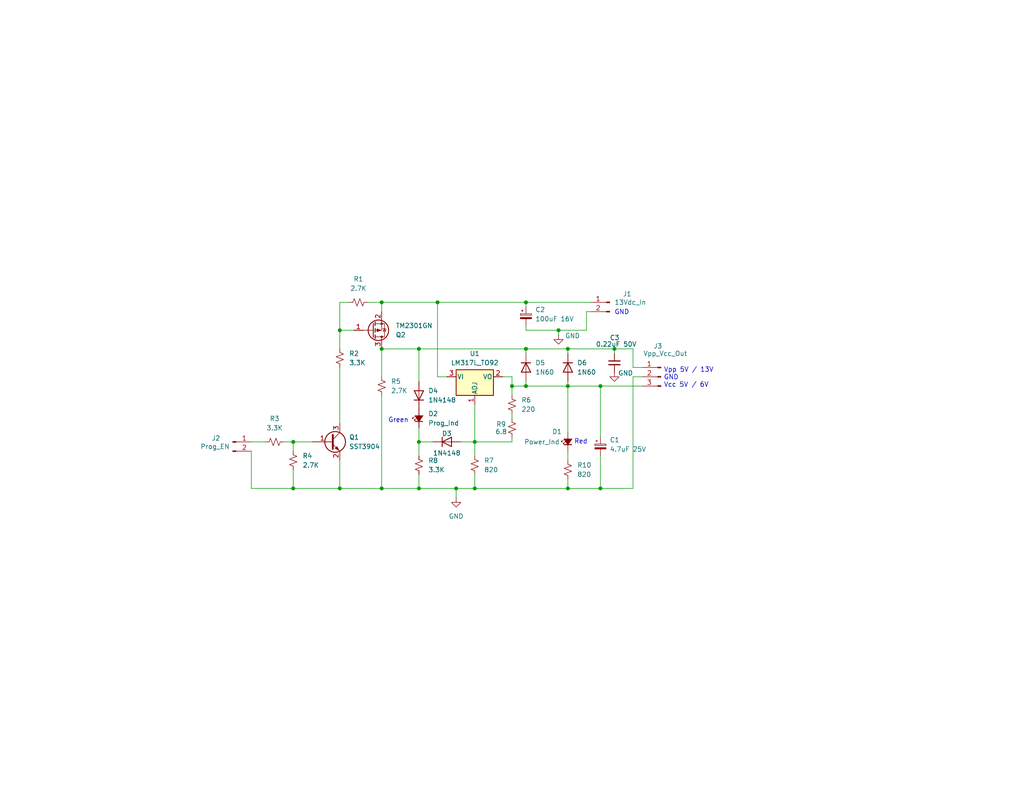
<source format=kicad_sch>
(kicad_sch (version 20250114) (generator "eeschema") (generator_version "9.0")
  (paper "USLetter")
  (title_block (title "EPROM Programmer Power Supply") (date "2025-10-31") (rev "0.1") (company "Department of Computer Technology, College of Computer Studies") (comment 1 "De La Salle University, Manila") (comment 2 "Design: Clement Ong"))
  (lib_symbols
    (symbol "Connector:Conn_01x02_Pin" (pin_names (offset 1.016) (hide yes))
      (property "Reference" "J" (at 0 2.54 0))
      (property "Value" "Conn_01x02_Pin" (at 0 -5.08 0))
      (symbol "Conn_01x02_Pin_1_1"
        (rectangle (start 0.8636 0.127) (end 0 -0.127) (stroke (width 0.1524)) (fill (type outline)))
        (rectangle (start 0.8636 -2.413) (end 0 -2.667) (stroke (width 0.1524)) (fill (type outline)))
        (polyline (pts (xy 1.27 0) (xy 0.8636 0)) (stroke (width 0.1524)))
        (polyline (pts (xy 1.27 -2.54) (xy 0.8636 -2.54)) (stroke (width 0.1524)))
        (pin passive line (at 5.08 0 180) (length 3.81) (name "Pin_1") (number "1"))
        (pin passive line (at 5.08 -2.54 180) (length 3.81) (name "Pin_2") (number "2"))
      )
    )
    (symbol "Connector:Conn_01x03_Pin" (pin_names (offset 1.016) (hide yes))
      (property "Reference" "J" (at 0 5.08 0))
      (property "Value" "Conn_01x03_Pin" (at 0 -5.08 0))
      (symbol "Conn_01x03_Pin_1_1"
        (rectangle (start 0.8636 2.667) (end 0 2.413) (stroke (width 0.1524)) (fill (type outline)))
        (rectangle (start 0.8636 0.127) (end 0 -0.127) (stroke (width 0.1524)) (fill (type outline)))
        (rectangle (start 0.8636 -2.413) (end 0 -2.667) (stroke (width 0.1524)) (fill (type outline)))
        (polyline (pts (xy 1.27 2.54) (xy 0.8636 2.54)) (stroke (width 0.1524)))
        (polyline (pts (xy 1.27 0) (xy 0.8636 0)) (stroke (width 0.1524)))
        (polyline (pts (xy 1.27 -2.54) (xy 0.8636 -2.54)) (stroke (width 0.1524)))
        (pin passive line (at 5.08 2.54 180) (length 3.81) (name "Pin_1") (number "1"))
        (pin passive line (at 5.08 0 180) (length 3.81) (name "Pin_2") (number "2"))
        (pin passive line (at 5.08 -2.54 180) (length 3.81) (name "Pin_3") (number "3"))
      )
    )
    (symbol "Device:C_Polarized_Small" (pin_numbers (hide yes)) (pin_names (offset 0.254) (hide yes))
      (property "Reference" "C" (at 0.254 1.778 0))
      (property "Value" "C_Polarized_Small" (at 0.254 -2.032 0))
      (symbol "C_Polarized_Small_0_1"
        (rectangle (start -1.524 0.6858) (end 1.524 0.3048))
        (rectangle (start -1.524 -0.3048) (end 1.524 -0.6858) (fill (type outline)))
        (polyline (pts (xy -1.27 1.524) (xy -0.762 1.524)))
        (polyline (pts (xy -1.016 1.27) (xy -1.016 1.778)))
      )
      (symbol "C_Polarized_Small_1_1"
        (pin passive line (at 0 2.54 270) (length 1.8542) (name "~") (number "1"))
        (pin passive line (at 0 -2.54 90) (length 1.8542) (name "~") (number "2"))
      )
    )
    (symbol "Device:C_Small" (pin_numbers (hide yes)) (pin_names (offset 0.254) (hide yes))
      (property "Reference" "C" (at 0.254 1.778 0))
      (property "Value" "C_Small" (at 0.254 -2.032 0))
      (symbol "C_Small_0_1"
        (polyline (pts (xy -1.524 0.508) (xy 1.524 0.508)) (stroke (width 0.3048)))
        (polyline (pts (xy -1.524 -0.508) (xy 1.524 -0.508)) (stroke (width 0.3302)))
      )
      (symbol "C_Small_1_1"
        (pin passive line (at 0 2.54 270) (length 2.032) (name "~") (number "1"))
        (pin passive line (at 0 -2.54 90) (length 2.032) (name "~") (number "2"))
      )
    )
    (symbol "Device:LED_Small_Filled" (pin_numbers (hide yes)) (pin_names (offset 0.254) (hide yes))
      (property "Reference" "D" (at -1.27 3.175 0))
      (property "Value" "LED_Small_Filled" (at -4.445 -2.54 0))
      (symbol "LED_Small_Filled_0_1"
        (polyline (pts (xy -0.762 -1.016) (xy -0.762 1.016)) (stroke (width 0.254)))
        (polyline (pts (xy 0 0.762) (xy -0.508 1.27) (xy -0.254 1.27) (xy -0.508 1.27) (xy -0.508 1.016)))
        (polyline (pts (xy 0.508 1.27) (xy 0 1.778) (xy 0.254 1.778) (xy 0 1.778) (xy 0 1.524)))
        (polyline (pts (xy 0.762 -1.016) (xy -0.762 0) (xy 0.762 1.016) (xy 0.762 -1.016)) (stroke (width 0.254)) (fill (type outline)))
        (polyline (pts (xy 1.016 0) (xy -0.762 0)))
      )
      (symbol "LED_Small_Filled_1_1"
        (pin passive line (at -2.54 0 0) (length 1.778) (name "K") (number "1"))
        (pin passive line (at 2.54 0 180) (length 1.778) (name "A") (number "2"))
      )
    )
    (symbol "Device:Q_PMOS_GSD" (pin_names (offset 0) (hide yes))
      (property "Reference" "Q" (at 5.08 1.27 0))
      (property "Value" "Q_PMOS_GSD" (at 5.08 -1.27 0))
      (symbol "Q_PMOS_GSD_0_1"
        (polyline (pts (xy 0.254 1.905) (xy 0.254 -1.905)) (stroke (width 0.254)))
        (polyline (pts (xy 0.254 0) (xy -2.54 0)))
        (polyline (pts (xy 0.762 2.286) (xy 0.762 1.27)) (stroke (width 0.254)))
        (polyline (pts (xy 0.762 1.778) (xy 3.302 1.778) (xy 3.302 -1.778) (xy 0.762 -1.778)))
        (polyline (pts (xy 0.762 0.508) (xy 0.762 -0.508)) (stroke (width 0.254)))
        (polyline (pts (xy 0.762 -1.27) (xy 0.762 -2.286)) (stroke (width 0.254)))
        (circle (center 1.651 0) (radius 2.794) (stroke (width 0.254)))
        (polyline (pts (xy 2.286 0) (xy 1.27 0.381) (xy 1.27 -0.381) (xy 2.286 0)) (fill (type outline)))
        (polyline (pts (xy 2.54 2.54) (xy 2.54 1.778)))
        (circle (center 2.54 1.778) (radius 0.254) (fill (type outline)))
        (circle (center 2.54 -1.778) (radius 0.254) (fill (type outline)))
        (polyline (pts (xy 2.54 -2.54) (xy 2.54 0) (xy 0.762 0)))
        (polyline (pts (xy 2.794 -0.508) (xy 2.921 -0.381) (xy 3.683 -0.381) (xy 3.81 -0.254)))
        (polyline (pts (xy 3.302 -0.381) (xy 2.921 0.254) (xy 3.683 0.254) (xy 3.302 -0.381)))
      )
      (symbol "Q_PMOS_GSD_1_1"
        (pin input line (at -5.08 0 0) (length 2.54) (name "G") (number "1"))
        (pin passive line (at 2.54 5.08 270) (length 2.54) (name "D") (number "3"))
        (pin passive line (at 2.54 -5.08 90) (length 2.54) (name "S") (number "2"))
      )
    )
    (symbol "Device:R_Small_US" (pin_numbers (hide yes)) (pin_names (offset 0.254) (hide yes))
      (property "Reference" "R" (at 0.762 0.508 0))
      (property "Value" "R_Small_US" (at 0.762 -1.016 0))
      (symbol "R_Small_US_1_1"
        (polyline (pts (xy 0 1.524) (xy 1.016 1.143) (xy 0 0.762) (xy -1.016 0.381) (xy 0 0)))
        (polyline (pts (xy 0 0) (xy 1.016 -0.381) (xy 0 -0.762) (xy -1.016 -1.143) (xy 0 -1.524)))
        (pin passive line (at 0 2.54 270) (length 1.016) (name "~") (number "1"))
        (pin passive line (at 0 -2.54 90) (length 1.016) (name "~") (number "2"))
      )
    )
    (symbol "Diode:1N4148" (pin_numbers (hide yes)) (pin_names (hide yes))
      (property "Reference" "D" (at 0 2.54 0))
      (property "Value" "1N4148" (at 0 -2.54 0))
      (symbol "1N4148_0_1"
        (polyline (pts (xy -1.27 1.27) (xy -1.27 -1.27)) (stroke (width 0.254)))
        (polyline (pts (xy 1.27 1.27) (xy 1.27 -1.27) (xy -1.27 0) (xy 1.27 1.27)) (stroke (width 0.254)))
        (polyline (pts (xy 1.27 0) (xy -1.27 0)))
      )
      (symbol "1N4148_1_1"
        (pin passive line (at -3.81 0 0) (length 2.54) (name "K") (number "1"))
        (pin passive line (at 3.81 0 180) (length 2.54) (name "A") (number "2"))
      )
    )
    (symbol "Diode:1N914" (pin_numbers (hide yes)) (pin_names (hide yes))
      (property "Reference" "D" (at 0 2.54 0))
      (property "Value" "1N914" (at 0 -2.54 0))
      (symbol "1N914_0_1"
        (polyline (pts (xy -1.27 1.27) (xy -1.27 -1.27)) (stroke (width 0.254)))
        (polyline (pts (xy 1.27 1.27) (xy 1.27 -1.27) (xy -1.27 0) (xy 1.27 1.27)) (stroke (width 0.254)))
        (polyline (pts (xy 1.27 0) (xy -1.27 0)))
      )
      (symbol "1N914_1_1"
        (pin passive line (at -3.81 0 0) (length 2.54) (name "K") (number "1"))
        (pin passive line (at 3.81 0 180) (length 2.54) (name "A") (number "2"))
      )
    )
    (symbol "Regulator_Linear:LM317L_TO92" (pin_names (offset 0.254))
      (property "Reference" "U" (at -3.81 3.175 0))
      (property "Value" "LM317L_TO92" (at 0 3.175 0))
      (symbol "LM317L_TO92_0_1"
        (rectangle (start -5.08 1.905) (end 5.08 -5.08) (stroke (width 0.254)) (fill (type background)))
      )
      (symbol "LM317L_TO92_1_1"
        (pin power_in line (at -7.62 0 0) (length 2.54) (name "VI") (number "3"))
        (pin input line (at 0 -7.62 90) (length 2.54) (name "ADJ") (number "1"))
        (pin power_out line (at 7.62 0 180) (length 2.54) (name "VO") (number "2"))
      )
    )
    (symbol "Transistor_BJT:MMBT3904" (pin_names (offset 0) (hide yes))
      (property "Reference" "Q" (at 5.08 1.905 0))
      (property "Value" "MMBT3904" (at 5.08 0 0))
      (symbol "MMBT3904_0_1"
        (polyline (pts (xy 0.635 1.905) (xy 0.635 -1.905) (xy 0.635 -1.905)) (stroke (width 0.508)))
        (polyline (pts (xy 0.635 0.635) (xy 2.54 2.54)))
        (polyline (pts (xy 0.635 -0.635) (xy 2.54 -2.54) (xy 2.54 -2.54)))
        (circle (center 1.27 0) (radius 2.8194) (stroke (width 0.254)))
        (polyline (pts (xy 1.27 -1.778) (xy 1.778 -1.27) (xy 2.286 -2.286) (xy 1.27 -1.778) (xy 1.27 -1.778)) (fill (type outline)))
      )
      (symbol "MMBT3904_1_1"
        (pin input line (at -5.08 0 0) (length 5.715) (name "B") (number "1"))
        (pin passive line (at 2.54 5.08 270) (length 2.54) (name "C") (number "3"))
        (pin passive line (at 2.54 -5.08 90) (length 2.54) (name "E") (number "2"))
      )
    )
    (symbol "power:GND" (power) (pin_numbers (hide yes)) (pin_names (offset 0) (hide yes))
      (property "Value" "GND" (at 0 -3.81 0))
      (symbol "GND_0_1"
        (polyline (pts (xy 0 0) (xy 0 -1.27) (xy 1.27 -1.27) (xy 0 -2.54) (xy -1.27 -1.27) (xy 0 -1.27)))
      )
      (symbol "GND_1_1"
        (pin power_in line (at 0 0 270) (length 0) (name "~") (number "1"))
      )
    )
  )
  (text "Green" (at 108.712 114.808 0) (effects (font (size 1.27 1.27))))
  (text "Vpp 5V / 13V\nGND\nVcc 5V / 6V" (at 181.102 103.124 0) (effects (font (size 1.27 1.27)) (justify left)))
  (text "GND" (at 169.672 85.344 0) (effects (font (size 1.27 1.27))))
  (text "Red" (at 158.496 120.65 0) (effects (font (size 1.27 1.27))))
  (junction (at 143.51 82.55))
  (junction (at 104.14 82.55))
  (junction (at 114.3 120.65))
  (junction (at 139.7 105.41))
  (junction (at 114.3 95.25))
  (junction (at 124.46 133.35))
  (junction (at 163.83 133.35))
  (junction (at 129.54 133.35))
  (junction (at 163.83 105.41))
  (junction (at 129.54 120.65))
  (junction (at 119.38 82.55))
  (junction (at 154.94 95.25))
  (junction (at 80.01 120.65))
  (junction (at 92.71 90.17))
  (junction (at 104.14 133.35))
  (junction (at 143.51 95.25))
  (junction (at 143.51 105.41))
  (junction (at 80.01 133.35))
  (junction (at 114.3 133.35))
  (junction (at 167.64 95.25))
  (junction (at 152.4 90.17))
  (junction (at 154.94 133.35))
  (junction (at 104.14 95.25))
  (junction (at 154.94 105.41))
  (junction (at 92.71 133.35))
  (wire (pts (xy 114.3 95.25) (xy 114.3 104.14)))
  (wire (pts (xy 114.3 120.65) (xy 118.11 120.65)))
  (wire (pts (xy 125.73 120.65) (xy 129.54 120.65)))
  (wire (pts (xy 154.94 104.14) (xy 154.94 105.41)))
  (wire (pts (xy 143.51 104.14) (xy 143.51 105.41)))
  (wire (pts (xy 68.58 133.35) (xy 80.01 133.35)))
  (wire (pts (xy 114.3 129.54) (xy 114.3 133.35)))
  (wire (pts (xy 129.54 133.35) (xy 154.94 133.35)))
  (wire (pts (xy 100.33 82.55) (xy 104.14 82.55)))
  (wire (pts (xy 68.58 120.65) (xy 72.39 120.65)))
  (wire (pts (xy 139.7 105.41) (xy 139.7 102.87)))
  (wire (pts (xy 143.51 90.17) (xy 152.4 90.17)))
  (wire (pts (xy 114.3 133.35) (xy 124.46 133.35)))
  (wire (pts (xy 80.01 120.65) (xy 85.09 120.65)))
  (wire (pts (xy 114.3 116.84) (xy 114.3 120.65)))
  (wire (pts (xy 92.71 100.33) (xy 92.71 115.57)))
  (wire (pts (xy 92.71 133.35) (xy 104.14 133.35)))
  (wire (pts (xy 143.51 105.41) (xy 154.94 105.41)))
  (wire (pts (xy 80.01 120.65) (xy 80.01 123.19)))
  (wire (pts (xy 160.02 85.09) (xy 161.29 85.09)))
  (wire (pts (xy 143.51 82.55) (xy 143.51 83.82)))
  (wire (pts (xy 143.51 82.55) (xy 119.38 82.55)))
  (wire (pts (xy 92.71 90.17) (xy 96.52 90.17)))
  (wire (pts (xy 139.7 120.65) (xy 139.7 119.38)))
  (wire (pts (xy 104.14 107.95) (xy 104.14 133.35)))
  (wire (pts (xy 167.64 96.52) (xy 167.64 95.25)))
  (wire (pts (xy 129.54 129.54) (xy 129.54 133.35)))
  (wire (pts (xy 129.54 120.65) (xy 129.54 124.46)))
  (wire (pts (xy 152.4 90.17) (xy 152.4 91.44)))
  (wire (pts (xy 161.29 82.55) (xy 143.51 82.55)))
  (wire (pts (xy 152.4 90.17) (xy 160.02 90.17)))
  (wire (pts (xy 163.83 105.41) (xy 175.26 105.41)))
  (wire (pts (xy 154.94 123.19) (xy 154.94 125.73)))
  (wire (pts (xy 172.72 95.25) (xy 172.72 100.33)))
  (wire (pts (xy 139.7 113.03) (xy 139.7 114.3)))
  (wire (pts (xy 167.64 95.25) (xy 172.72 95.25)))
  (wire (pts (xy 104.14 95.25) (xy 104.14 102.87)))
  (wire (pts (xy 80.01 128.27) (xy 80.01 133.35)))
  (wire (pts (xy 163.83 105.41) (xy 163.83 119.38)))
  (wire (pts (xy 172.72 133.35) (xy 172.72 102.87)))
  (wire (pts (xy 154.94 105.41) (xy 154.94 118.11)))
  (wire (pts (xy 137.16 102.87) (xy 139.7 102.87)))
  (wire (pts (xy 124.46 133.35) (xy 129.54 133.35)))
  (wire (pts (xy 80.01 133.35) (xy 92.71 133.35)))
  (wire (pts (xy 77.47 120.65) (xy 80.01 120.65)))
  (wire (pts (xy 172.72 100.33) (xy 175.26 100.33)))
  (wire (pts (xy 139.7 107.95) (xy 139.7 105.41)))
  (wire (pts (xy 163.83 133.35) (xy 172.72 133.35)))
  (wire (pts (xy 114.3 95.25) (xy 143.51 95.25)))
  (wire (pts (xy 119.38 82.55) (xy 119.38 102.87)))
  (wire (pts (xy 160.02 85.09) (xy 160.02 90.17)))
  (wire (pts (xy 129.54 120.65) (xy 139.7 120.65)))
  (wire (pts (xy 154.94 130.81) (xy 154.94 133.35)))
  (wire (pts (xy 114.3 120.65) (xy 114.3 124.46)))
  (wire (pts (xy 104.14 133.35) (xy 114.3 133.35)))
  (wire (pts (xy 154.94 105.41) (xy 163.83 105.41)))
  (wire (pts (xy 92.71 90.17) (xy 92.71 95.25)))
  (wire (pts (xy 92.71 82.55) (xy 92.71 90.17)))
  (wire (pts (xy 92.71 125.73) (xy 92.71 133.35)))
  (wire (pts (xy 163.83 124.46) (xy 163.83 133.35)))
  (wire (pts (xy 139.7 105.41) (xy 143.51 105.41)))
  (wire (pts (xy 143.51 95.25) (xy 143.51 96.52)))
  (wire (pts (xy 154.94 95.25) (xy 154.94 96.52)))
  (wire (pts (xy 95.25 82.55) (xy 92.71 82.55)))
  (wire (pts (xy 143.51 95.25) (xy 154.94 95.25)))
  (wire (pts (xy 143.51 90.17) (xy 143.51 88.9)))
  (wire (pts (xy 104.14 82.55) (xy 104.14 85.09)))
  (wire (pts (xy 154.94 133.35) (xy 163.83 133.35)))
  (wire (pts (xy 68.58 123.19) (xy 68.58 133.35)))
  (wire (pts (xy 121.92 102.87) (xy 119.38 102.87)))
  (wire (pts (xy 172.72 102.87) (xy 175.26 102.87)))
  (wire (pts (xy 124.46 135.89) (xy 124.46 133.35)))
  (wire (pts (xy 154.94 95.25) (xy 167.64 95.25)))
  (wire (pts (xy 104.14 82.55) (xy 119.38 82.55)))
  (wire (pts (xy 104.14 95.25) (xy 114.3 95.25)))
  (wire (pts (xy 129.54 110.49) (xy 129.54 120.65)))
  (symbol (lib_id "power:GND") (at 124.46 135.89 0) (unit 1)
    (property "Reference" "#PWR3" (effects (hide yes)))
    (property "Value" "GND" (at 124.46 140.97 0))
    (property "Description" "Power symbol creates a global label with name \"GND\" , ground" (effects (hide yes)))
  )
  (symbol (lib_id "Device:R_Small_US") (at 139.7 116.84 180) (unit 1)
    (property "Reference" "R9" (at 135.382 115.824 0) (effects (justify right)))
    (property "Value" "6.8" (at 135.128 117.856 0) (effects (justify right)))
    (property "Footprint" "Resistor_THT:R_Axial_DIN0207_L6.3mm_D2.5mm_P10.16mm_Horizontal" (effects (hide yes)))
    (property "Description" "Resistor, small US symbol" (effects (hide yes)))
  )
  (symbol (lib_id "Transistor_BJT:MMBT3904") (at 90.17 120.65 0) (unit 1)
    (property "Reference" "Q1" (at 95.25 119.3799 0) (effects (justify left)))
    (property "Value" "SST3904" (at 95.25 121.9199 0) (effects (justify left)))
    (property "Footprint" "Package_TO_SOT_SMD:SOT-23" (effects (hide yes)))
    (property "Datasheet" "https://www.onsemi.com/pdf/datasheet/pzt3904-d.pdf" (effects (hide yes)))
    (property "Description" "0.2A Ic, 40V Vce, Small Signal NPN Transistor, SOT-23" (effects (hide yes)))
  )
  (symbol (lib_id "Device:LED_Small_Filled") (at 114.3 114.3 90) (unit 1)
    (property "Reference" "D2" (at 116.84 112.9664 90) (effects (justify right)))
    (property "Value" "Prog_Ind" (at 116.84 115.5064 90) (effects (justify right)))
    (property "Footprint" "LED_THT:LED_D5.0mm" (effects (hide yes)))
    (property "Description" "Light emitting diode, small symbol, filled shape" (effects (hide yes)))
  )
  (symbol (lib_id "power:GND") (at 167.64 101.6 0) (unit 1)
    (property "Reference" "#PWR2" (effects (hide yes)))
    (property "Value" "GND" (at 170.688 101.854 0))
    (property "Description" "Power symbol creates a global label with name \"GND\" , ground" (effects (hide yes)))
  )
  (symbol (lib_id "Device:C_Polarized_Small") (at 143.51 86.36 0) (unit 1)
    (property "Reference" "C2" (at 146.05 84.5438 0) (effects (justify left)))
    (property "Value" "100uF 16V" (at 146.05 87.0838 0) (effects (justify left)))
    (property "Footprint" "Capacitor_THT:CP_Radial_D6.3mm_P2.50mm" (effects (hide yes)))
    (property "Description" "Polarized capacitor, small symbol" (effects (hide yes)))
  )
  (symbol (lib_id "Connector:Conn_01x02_Pin") (at 166.37 82.55 0) (mirror y) (unit 1)
    (property "Reference" "J1" (at 169.926 80.264 0) (effects (justify right)))
    (property "Value" "13Vdc_In" (at 167.64 82.5501 0) (effects (justify right)))
    (property "Footprint" "Connector_PinHeader_2.54mm:PinHeader_1x02_P2.54mm_Vertical" (effects (hide yes)))
    (property "Description" "Generic connector, single row, 01x02, script generated" (effects (hide yes)))
  )
  (symbol (lib_id "Device:R_Small_US") (at 92.71 97.79 0) (unit 1)
    (property "Reference" "R2" (at 95.25 96.5199 0) (effects (justify left)))
    (property "Value" "3.3K" (at 95.25 99.0599 0) (effects (justify left)))
    (property "Footprint" "Resistor_THT:R_Axial_DIN0207_L6.3mm_D2.5mm_P10.16mm_Horizontal" (effects (hide yes)))
    (property "Description" "Resistor, small US symbol" (effects (hide yes)))
  )
  (symbol (lib_id "Device:R_Small_US") (at 104.14 105.41 0) (unit 1)
    (property "Reference" "R5" (at 106.68 104.1399 0) (effects (justify left)))
    (property "Value" "2.7K" (at 106.68 106.6799 0) (effects (justify left)))
    (property "Footprint" "Resistor_THT:R_Axial_DIN0207_L6.3mm_D2.5mm_P10.16mm_Horizontal" (effects (hide yes)))
    (property "Description" "Resistor, small US symbol" (effects (hide yes)))
  )
  (symbol (lib_id "Device:R_Small_US") (at 80.01 125.73 0) (unit 1)
    (property "Reference" "R4" (at 82.55 124.4599 0) (effects (justify left)))
    (property "Value" "2.7K" (at 82.55 126.9999 0) (effects (justify left)))
    (property "Footprint" "Resistor_THT:R_Axial_DIN0207_L6.3mm_D2.5mm_P10.16mm_Horizontal" (effects (hide yes)))
    (property "Description" "Resistor, small US symbol" (effects (hide yes)))
  )
  (symbol (lib_id "Device:LED_Small_Filled") (at 154.94 120.65 90) (unit 1)
    (property "Reference" "D1" (at 150.622 117.856 90) (effects (justify right)))
    (property "Value" "Power_Ind" (at 143.002 120.65 90) (effects (justify right)))
    (property "Footprint" "LED_THT:LED_D5.0mm" (effects (hide yes)))
    (property "Description" "Light emitting diode, small symbol, filled shape" (effects (hide yes)))
  )
  (symbol (lib_id "Connector:Conn_01x03_Pin") (at 180.34 102.87 0) (mirror y) (unit 1)
    (property "Reference" "J3" (at 178.308 94.488 0) (effects (justify right)))
    (property "Value" "Vpp_Vcc_Out" (at 175.514 96.52 0) (effects (justify right)))
    (property "Footprint" "Connector_PinHeader_2.54mm:PinHeader_1x03_P2.54mm_Vertical" (effects (hide yes)))
    (property "Description" "Generic connector, single row, 01x03, script generated" (effects (hide yes)))
  )
  (symbol (lib_id "Device:C_Polarized_Small") (at 163.83 121.92 0) (unit 1)
    (property "Reference" "C1" (at 166.37 120.1038 0) (effects (justify left)))
    (property "Value" "4.7uF 25V" (at 166.37 122.6438 0) (effects (justify left)))
    (property "Footprint" "Capacitor_THT:CP_Radial_D5.0mm_P2.00mm" (effects (hide yes)))
    (property "Description" "Polarized capacitor, small symbol" (effects (hide yes)))
  )
  (symbol (lib_id "Diode:1N4148") (at 114.3 107.95 90) (unit 1)
    (property "Reference" "D4" (at 116.84 106.6799 90) (effects (justify right)))
    (property "Value" "1N4148" (at 116.84 109.2199 90) (effects (justify right)))
    (property "Footprint" "Diode_THT:D_DO-35_SOD27_P7.62mm_Horizontal" (effects (hide yes)))
    (property "Datasheet" "https://assets.nexperia.com/documents/data-sheet/1N4148_1N4448.pdf" (effects (hide yes)))
    (property "Description" "100V 0.15A standard switching diode, DO-35" (effects (hide yes)))
    (property "Sim.Device" "D" (effects (hide yes)))
    (property "Sim.Pins" "1=K 2=A" (effects (hide yes)))
  )
  (symbol (lib_id "Diode:1N914") (at 154.94 100.33 270) (unit 1)
    (property "Reference" "D6" (at 157.48 99.0599 90) (effects (justify left)))
    (property "Value" "1N60" (at 157.48 101.5999 90) (effects (justify left)))
    (property "Footprint" "Diode_THT:D_DO-35_SOD27_P7.62mm_Horizontal" (effects (hide yes)))
    (property "Datasheet" "http://www.vishay.com/docs/85622/1n914.pdf" (effects (hide yes)))
    (property "Description" "100V 0.3A Small Signal Fast Switching Diode, DO-35" (effects (hide yes)))
    (property "Sim.Device" "D" (effects (hide yes)))
    (property "Sim.Pins" "1=K 2=A" (effects (hide yes)))
  )
  (symbol (lib_id "Regulator_Linear:LM317L_TO92") (at 129.54 102.87 0) (unit 1)
    (property "Reference" "U1" (at 129.54 96.52 0))
    (property "Value" "LM317L_TO92" (at 129.54 99.06 0))
    (property "Footprint" "Package_TO_SOT_THT:TO-92_Inline" (effects (hide yes)))
    (property "Datasheet" "http://www.ti.com/lit/ds/snvs775k/snvs775k.pdf" (effects (hide yes)))
    (property "Description" "100mA 35V Adjustable Linear Regulator, TO-92" (effects (hide yes)))
  )
  (symbol (lib_id "Device:R_Small_US") (at 129.54 127 0) (unit 1)
    (property "Reference" "R7" (at 132.08 125.7299 0) (effects (justify left)))
    (property "Value" "820" (at 132.08 128.2699 0) (effects (justify left)))
    (property "Footprint" "Resistor_THT:R_Axial_DIN0207_L6.3mm_D2.5mm_P10.16mm_Horizontal" (effects (hide yes)))
    (property "Description" "Resistor, small US symbol" (effects (hide yes)))
  )
  (symbol (lib_id "Device:Q_PMOS_GSD") (at 101.6 90.17 0) (mirror x) (unit 1)
    (property "Reference" "Q2" (at 107.95 91.4401 0) (effects (justify left)))
    (property "Value" "TM2301GN" (at 107.95 88.9001 0) (effects (justify left)))
    (property "Footprint" "Package_TO_SOT_SMD:SOT-23" (effects (hide yes)))
    (property "Datasheet" "https://www.vbsemi.com/Package/SOT23-3/TM2301GN-VB.pdf" (effects (hide yes)))
    (property "Description" "P-MOSFET transistor, gate/source/drain" (effects (hide yes)))
  )
  (symbol (lib_id "Device:R_Small_US") (at 114.3 127 0) (unit 1)
    (property "Reference" "R8" (at 116.84 125.7299 0) (effects (justify left)))
    (property "Value" "3.3K" (at 116.84 128.2699 0) (effects (justify left)))
    (property "Footprint" "Resistor_THT:R_Axial_DIN0207_L6.3mm_D2.5mm_P10.16mm_Horizontal" (effects (hide yes)))
    (property "Description" "Resistor, small US symbol" (effects (hide yes)))
  )
  (symbol (lib_id "Device:R_Small_US") (at 74.93 120.65 90) (unit 1)
    (property "Reference" "R3" (at 74.93 114.3 90))
    (property "Value" "3.3K" (at 74.93 116.84 90))
    (property "Footprint" "Resistor_THT:R_Axial_DIN0207_L6.3mm_D2.5mm_P10.16mm_Horizontal" (effects (hide yes)))
    (property "Description" "Resistor, small US symbol" (effects (hide yes)))
  )
  (symbol (lib_id "Diode:1N914") (at 143.51 100.33 270) (unit 1)
    (property "Reference" "D5" (at 146.05 99.0599 90) (effects (justify left)))
    (property "Value" "1N60" (at 146.05 101.5999 90) (effects (justify left)))
    (property "Footprint" "Diode_THT:D_DO-35_SOD27_P7.62mm_Horizontal" (effects (hide yes)))
    (property "Datasheet" "http://www.vishay.com/docs/85622/1n914.pdf" (effects (hide yes)))
    (property "Description" "100V 0.3A Small Signal Fast Switching Diode, DO-35" (effects (hide yes)))
    (property "Sim.Device" "D" (effects (hide yes)))
    (property "Sim.Pins" "1=K 2=A" (effects (hide yes)))
  )
  (symbol (lib_id "Device:C_Small") (at 167.64 99.06 0) (unit 1)
    (property "Reference" "C3" (at 166.37 92.202 0) (effects (justify left)))
    (property "Value" "0.22uF 50V" (at 162.56 93.98 0) (effects (justify left)))
    (property "Footprint" "Capacitor_THT:C_Disc_D6.0mm_W4.4mm_P5.00mm" (effects (hide yes)))
    (property "Description" "Unpolarized capacitor, small symbol" (effects (hide yes)))
  )
  (symbol (lib_id "Device:R_Small_US") (at 154.94 128.27 0) (unit 1)
    (property "Reference" "R10" (at 157.48 126.9999 0) (effects (justify left)))
    (property "Value" "820" (at 157.48 129.5399 0) (effects (justify left)))
    (property "Footprint" "Resistor_THT:R_Axial_DIN0207_L6.3mm_D2.5mm_P10.16mm_Horizontal" (effects (hide yes)))
    (property "Description" "Resistor, small US symbol" (effects (hide yes)))
  )
  (symbol (lib_id "power:GND") (at 152.4 91.44 0) (unit 1)
    (property "Reference" "#PWR1" (effects (hide yes)))
    (property "Value" "GND" (at 156.21 91.694 0))
    (property "Description" "Power symbol creates a global label with name \"GND\" , ground" (effects (hide yes)))
  )
  (symbol (lib_id "Device:R_Small_US") (at 139.7 110.49 0) (unit 1)
    (property "Reference" "R6" (at 142.24 109.2199 0) (effects (justify left)))
    (property "Value" "220" (at 142.24 111.7599 0) (effects (justify left)))
    (property "Footprint" "Resistor_THT:R_Axial_DIN0207_L6.3mm_D2.5mm_P10.16mm_Horizontal" (effects (hide yes)))
    (property "Description" "Resistor, small US symbol" (effects (hide yes)))
  )
  (symbol (lib_id "Diode:1N4148") (at 121.92 120.65 0) (unit 1)
    (property "Reference" "D3" (at 121.92 118.364 0))
    (property "Value" "1N4148" (at 121.92 123.698 0))
    (property "Footprint" "Diode_THT:D_DO-35_SOD27_P7.62mm_Horizontal" (effects (hide yes)))
    (property "Datasheet" "https://assets.nexperia.com/documents/data-sheet/1N4148_1N4448.pdf" (effects (hide yes)))
    (property "Description" "100V 0.15A standard switching diode, DO-35" (effects (hide yes)))
    (property "Sim.Device" "D" (effects (hide yes)))
    (property "Sim.Pins" "1=K 2=A" (effects (hide yes)))
  )
  (symbol (lib_id "Connector:Conn_01x02_Pin") (at 63.5 120.65 0) (unit 1)
    (property "Reference" "J2" (at 58.928 119.634 0))
    (property "Value" "Prog_EN" (at 58.674 121.92 0))
    (property "Footprint" "Connector_PinHeader_2.54mm:PinHeader_1x02_P2.54mm_Vertical" (effects (hide yes)))
    (property "Description" "Generic connector, single row, 01x02, script generated" (effects (hide yes)))
  )
  (symbol (lib_id "Device:R_Small_US") (at 97.79 82.55 270) (unit 1)
    (property "Reference" "R1" (at 97.79 76.2 90))
    (property "Value" "2.7K" (at 97.79 78.74 90))
    (property "Footprint" "Resistor_THT:R_Axial_DIN0207_L6.3mm_D2.5mm_P10.16mm_Horizontal" (effects (hide yes)))
    (property "Description" "Resistor, small US symbol" (effects (hide yes)))
  )
)
</source>
